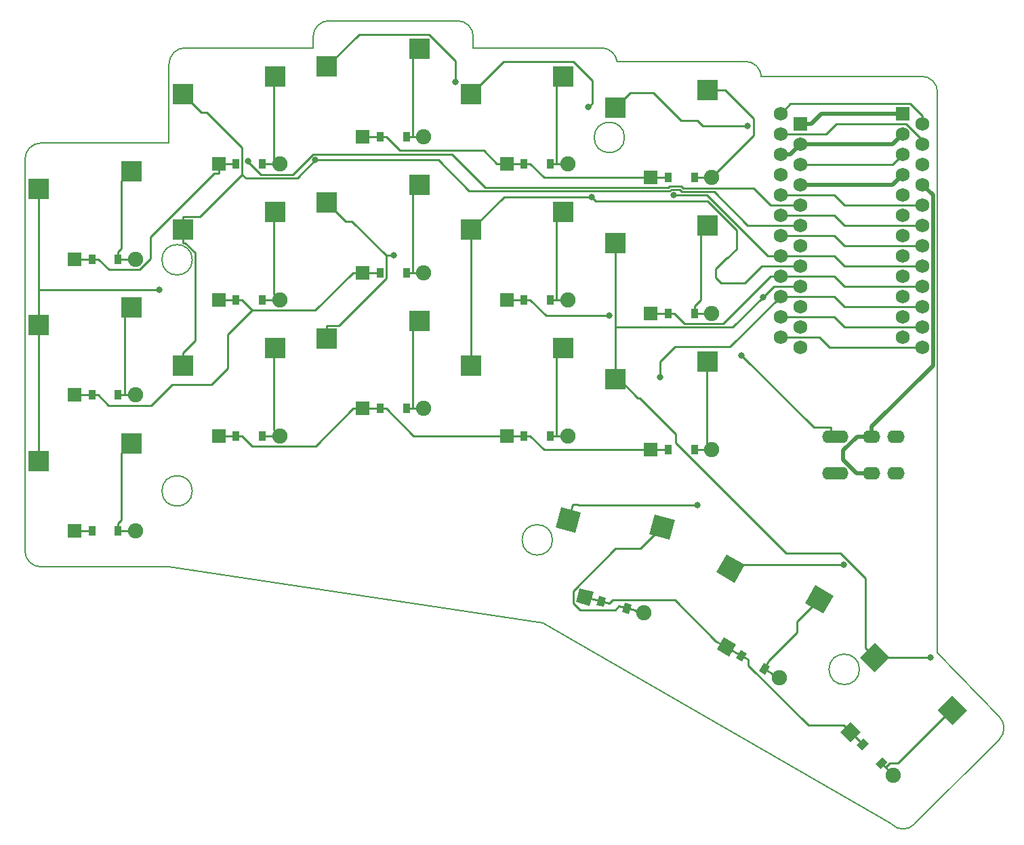
<source format=gbr>
G04 #@! TF.GenerationSoftware,KiCad,Pcbnew,5.1.5+dfsg1-2build2*
G04 #@! TF.CreationDate,2021-09-18T18:44:29+00:00*
G04 #@! TF.ProjectId,board,626f6172-642e-46b6-9963-61645f706362,VERSION_HERE*
G04 #@! TF.SameCoordinates,Original*
G04 #@! TF.FileFunction,Copper,L1,Top*
G04 #@! TF.FilePolarity,Positive*
%FSLAX46Y46*%
G04 Gerber Fmt 4.6, Leading zero omitted, Abs format (unit mm)*
G04 Created by KiCad (PCBNEW 5.1.5+dfsg1-2build2) date 2021-09-18 18:44:29*
%MOMM*%
%LPD*%
G04 APERTURE LIST*
G04 #@! TA.AperFunction,Profile*
%ADD10C,0.150000*%
G04 #@! TD*
G04 #@! TA.AperFunction,SMDPad,CuDef*
%ADD11R,2.600000X2.600000*%
G04 #@! TD*
G04 #@! TA.AperFunction,SMDPad,CuDef*
%ADD12R,0.900000X1.200000*%
G04 #@! TD*
G04 #@! TA.AperFunction,ComponentPad*
%ADD13C,1.905000*%
G04 #@! TD*
G04 #@! TA.AperFunction,ComponentPad*
%ADD14R,1.778000X1.778000*%
G04 #@! TD*
G04 #@! TA.AperFunction,SMDPad,CuDef*
%ADD15C,0.350000*%
G04 #@! TD*
G04 #@! TA.AperFunction,ComponentPad*
%ADD16C,0.350000*%
G04 #@! TD*
G04 #@! TA.AperFunction,ComponentPad*
%ADD17R,1.752600X1.752600*%
G04 #@! TD*
G04 #@! TA.AperFunction,ComponentPad*
%ADD18C,1.752600*%
G04 #@! TD*
G04 #@! TA.AperFunction,ComponentPad*
%ADD19O,2.200000X1.600000*%
G04 #@! TD*
G04 #@! TA.AperFunction,ViaPad*
%ADD20C,0.800000*%
G04 #@! TD*
G04 #@! TA.AperFunction,Conductor*
%ADD21C,0.250000*%
G04 #@! TD*
G04 #@! TA.AperFunction,Conductor*
%ADD22C,0.500000*%
G04 #@! TD*
G04 APERTURE END LIST*
D10*
X10000000Y-9500000D02*
X26000000Y-9500000D01*
X8000000Y-7500000D02*
X8000000Y41500000D01*
X10000000Y-9500000D02*
G75*
G02X8000000Y-7500000I0J2000000D01*
G01*
X26000000Y43500000D02*
X10000000Y43500000D01*
X8000000Y41500000D02*
G75*
G02X10000000Y43500000I2000000J0D01*
G01*
X44000000Y55400000D02*
X28000000Y55400000D01*
X26000000Y53400000D02*
G75*
G02X28000000Y55400000I2000000J0D01*
G01*
X26000000Y53400000D02*
X26000000Y43500000D01*
X64000000Y55400000D02*
X64000000Y56800000D01*
X62000000Y58800000D02*
G75*
G02X64000000Y56800000I0J-2000000D01*
G01*
X62000000Y58800000D02*
X46000000Y58800000D01*
X44000000Y56800000D02*
G75*
G02X46000000Y58800000I2000000J0D01*
G01*
X44000000Y56800000D02*
X44000000Y55400000D01*
X80000000Y55400000D02*
G75*
G02X81977391Y53699872I0J-2000000D01*
G01*
X80000000Y55400000D02*
X64000000Y55400000D01*
X98000000Y53700000D02*
G75*
G02X99994367Y51850000I0J-2000000D01*
G01*
X98000000Y53700000D02*
X82000000Y53700000D01*
X81977391Y53699872D02*
G75*
G02X82000000Y53700000I22609J-1999872D01*
G01*
X119117258Y-41686664D02*
G75*
G02X116288831Y-41686665I-1414214J1414213D01*
G01*
X119117258Y-41686665D02*
X129723860Y-31080063D01*
X129723859Y-28251636D02*
G75*
G02X129723860Y-31080063I-1414213J-1414214D01*
G01*
X122000000Y-20208734D02*
X129723860Y-28251636D01*
X116288831Y-41686665D02*
X72707107Y-16524745D01*
X72707107Y-16524745D02*
X26000000Y-9500000D01*
X122000000Y-20208734D02*
X122000000Y49850000D01*
X120000000Y51850000D02*
G75*
G02X122000000Y49850000I0J-2000000D01*
G01*
X120000000Y51850000D02*
X99994367Y51850000D01*
X28900000Y28900000D02*
G75*
G03X28900000Y28900000I-1900000J0D01*
G01*
X28900000Y0D02*
G75*
G03X28900000Y0I-1900000J0D01*
G01*
X82900000Y44200000D02*
G75*
G03X82900000Y44200000I-1900000J0D01*
G01*
X73900000Y-6120000D02*
G75*
G03X73900000Y-6120000I-1900000J0D01*
G01*
X112249134Y-22311939D02*
G75*
G03X112249134Y-22311939I-1900000J0D01*
G01*
D11*
G04 #@! TO.P,S1,1*
G04 #@! TO.N,pinky_bottom*
X21275000Y5950000D03*
G04 #@! TO.P,S1,2*
G04 #@! TO.N,P21*
X9725000Y3750000D03*
G04 #@! TD*
D12*
G04 #@! TO.P,D1,1*
G04 #@! TO.N,P7*
X16350000Y-5000000D03*
G04 #@! TO.P,D1,2*
G04 #@! TO.N,pinky_bottom*
X19650000Y-5000000D03*
D13*
G04 #@! TO.P,D1,1*
X21810000Y-5000000D03*
D14*
G04 #@! TO.P,D1,2*
G04 #@! TO.N,P7*
X14190000Y-5000000D03*
G04 #@! TD*
D11*
G04 #@! TO.P,S2,1*
G04 #@! TO.N,pinky_home*
X21275000Y22950000D03*
G04 #@! TO.P,S2,2*
G04 #@! TO.N,P21*
X9725000Y20750000D03*
G04 #@! TD*
D12*
G04 #@! TO.P,D2,1*
G04 #@! TO.N,P6*
X16350000Y12000000D03*
G04 #@! TO.P,D2,2*
G04 #@! TO.N,pinky_home*
X19650000Y12000000D03*
D13*
G04 #@! TO.P,D2,1*
X21810000Y12000000D03*
D14*
G04 #@! TO.P,D2,2*
G04 #@! TO.N,P6*
X14190000Y12000000D03*
G04 #@! TD*
D11*
G04 #@! TO.P,S3,1*
G04 #@! TO.N,pinky_top*
X21275000Y39950000D03*
G04 #@! TO.P,S3,2*
G04 #@! TO.N,P21*
X9725000Y37750000D03*
G04 #@! TD*
D12*
G04 #@! TO.P,D3,1*
G04 #@! TO.N,P5*
X16350000Y29000000D03*
G04 #@! TO.P,D3,2*
G04 #@! TO.N,pinky_top*
X19650000Y29000000D03*
D13*
G04 #@! TO.P,D3,1*
X21810000Y29000000D03*
D14*
G04 #@! TO.P,D3,2*
G04 #@! TO.N,P5*
X14190000Y29000000D03*
G04 #@! TD*
D11*
G04 #@! TO.P,S4,1*
G04 #@! TO.N,ring_bottom*
X39275000Y17850000D03*
G04 #@! TO.P,S4,2*
G04 #@! TO.N,P20*
X27725000Y15650000D03*
G04 #@! TD*
D12*
G04 #@! TO.P,D4,1*
G04 #@! TO.N,P7*
X34350000Y6900000D03*
G04 #@! TO.P,D4,2*
G04 #@! TO.N,ring_bottom*
X37650000Y6900000D03*
D13*
G04 #@! TO.P,D4,1*
X39810000Y6900000D03*
D14*
G04 #@! TO.P,D4,2*
G04 #@! TO.N,P7*
X32190000Y6900000D03*
G04 #@! TD*
D11*
G04 #@! TO.P,S5,1*
G04 #@! TO.N,ring_home*
X39275000Y34850000D03*
G04 #@! TO.P,S5,2*
G04 #@! TO.N,P20*
X27725000Y32650000D03*
G04 #@! TD*
D12*
G04 #@! TO.P,D5,1*
G04 #@! TO.N,P6*
X34350000Y23900000D03*
G04 #@! TO.P,D5,2*
G04 #@! TO.N,ring_home*
X37650000Y23900000D03*
D13*
G04 #@! TO.P,D5,1*
X39810000Y23900000D03*
D14*
G04 #@! TO.P,D5,2*
G04 #@! TO.N,P6*
X32190000Y23900000D03*
G04 #@! TD*
D11*
G04 #@! TO.P,S6,1*
G04 #@! TO.N,ring_top*
X39275000Y51850000D03*
G04 #@! TO.P,S6,2*
G04 #@! TO.N,P20*
X27725000Y49650000D03*
G04 #@! TD*
D12*
G04 #@! TO.P,D6,1*
G04 #@! TO.N,P5*
X34350000Y40900000D03*
G04 #@! TO.P,D6,2*
G04 #@! TO.N,ring_top*
X37650000Y40900000D03*
D13*
G04 #@! TO.P,D6,1*
X39810000Y40900000D03*
D14*
G04 #@! TO.P,D6,2*
G04 #@! TO.N,P5*
X32190000Y40900000D03*
G04 #@! TD*
D11*
G04 #@! TO.P,S7,1*
G04 #@! TO.N,middle_bottom*
X57275000Y21250000D03*
G04 #@! TO.P,S7,2*
G04 #@! TO.N,P19*
X45725000Y19050000D03*
G04 #@! TD*
D12*
G04 #@! TO.P,D7,1*
G04 #@! TO.N,P7*
X52350000Y10300000D03*
G04 #@! TO.P,D7,2*
G04 #@! TO.N,middle_bottom*
X55650000Y10300000D03*
D13*
G04 #@! TO.P,D7,1*
X57810000Y10300000D03*
D14*
G04 #@! TO.P,D7,2*
G04 #@! TO.N,P7*
X50190000Y10300000D03*
G04 #@! TD*
D11*
G04 #@! TO.P,S8,1*
G04 #@! TO.N,middle_home*
X57275000Y38250000D03*
G04 #@! TO.P,S8,2*
G04 #@! TO.N,P19*
X45725000Y36050000D03*
G04 #@! TD*
D12*
G04 #@! TO.P,D8,1*
G04 #@! TO.N,P6*
X52350000Y27300000D03*
G04 #@! TO.P,D8,2*
G04 #@! TO.N,middle_home*
X55650000Y27300000D03*
D13*
G04 #@! TO.P,D8,1*
X57810000Y27300000D03*
D14*
G04 #@! TO.P,D8,2*
G04 #@! TO.N,P6*
X50190000Y27300000D03*
G04 #@! TD*
D11*
G04 #@! TO.P,S9,1*
G04 #@! TO.N,middle_top*
X57275000Y55250000D03*
G04 #@! TO.P,S9,2*
G04 #@! TO.N,P19*
X45725000Y53050000D03*
G04 #@! TD*
D12*
G04 #@! TO.P,D9,1*
G04 #@! TO.N,P5*
X52350000Y44300000D03*
G04 #@! TO.P,D9,2*
G04 #@! TO.N,middle_top*
X55650000Y44300000D03*
D13*
G04 #@! TO.P,D9,1*
X57810000Y44300000D03*
D14*
G04 #@! TO.P,D9,2*
G04 #@! TO.N,P5*
X50190000Y44300000D03*
G04 #@! TD*
D11*
G04 #@! TO.P,S10,1*
G04 #@! TO.N,index_bottom*
X75275000Y17850000D03*
G04 #@! TO.P,S10,2*
G04 #@! TO.N,P18*
X63725000Y15650000D03*
G04 #@! TD*
D12*
G04 #@! TO.P,D10,1*
G04 #@! TO.N,P7*
X70350000Y6900000D03*
G04 #@! TO.P,D10,2*
G04 #@! TO.N,index_bottom*
X73650000Y6900000D03*
D13*
G04 #@! TO.P,D10,1*
X75810000Y6900000D03*
D14*
G04 #@! TO.P,D10,2*
G04 #@! TO.N,P7*
X68190000Y6900000D03*
G04 #@! TD*
D11*
G04 #@! TO.P,S11,1*
G04 #@! TO.N,index_home*
X75275000Y34850000D03*
G04 #@! TO.P,S11,2*
G04 #@! TO.N,P18*
X63725000Y32650000D03*
G04 #@! TD*
D12*
G04 #@! TO.P,D11,1*
G04 #@! TO.N,P6*
X70350000Y23900000D03*
G04 #@! TO.P,D11,2*
G04 #@! TO.N,index_home*
X73650000Y23900000D03*
D13*
G04 #@! TO.P,D11,1*
X75810000Y23900000D03*
D14*
G04 #@! TO.P,D11,2*
G04 #@! TO.N,P6*
X68190000Y23900000D03*
G04 #@! TD*
D11*
G04 #@! TO.P,S12,1*
G04 #@! TO.N,index_top*
X75275000Y51850000D03*
G04 #@! TO.P,S12,2*
G04 #@! TO.N,P18*
X63725000Y49650000D03*
G04 #@! TD*
D12*
G04 #@! TO.P,D12,1*
G04 #@! TO.N,P5*
X70350000Y40900000D03*
G04 #@! TO.P,D12,2*
G04 #@! TO.N,index_top*
X73650000Y40900000D03*
D13*
G04 #@! TO.P,D12,1*
X75810000Y40900000D03*
D14*
G04 #@! TO.P,D12,2*
G04 #@! TO.N,P5*
X68190000Y40900000D03*
G04 #@! TD*
D11*
G04 #@! TO.P,S13,1*
G04 #@! TO.N,inner_bottom*
X93275000Y16150000D03*
G04 #@! TO.P,S13,2*
G04 #@! TO.N,P15*
X81725000Y13950000D03*
G04 #@! TD*
D12*
G04 #@! TO.P,D13,1*
G04 #@! TO.N,P7*
X88350000Y5200000D03*
G04 #@! TO.P,D13,2*
G04 #@! TO.N,inner_bottom*
X91650000Y5200000D03*
D13*
G04 #@! TO.P,D13,1*
X93810000Y5200000D03*
D14*
G04 #@! TO.P,D13,2*
G04 #@! TO.N,P7*
X86190000Y5200000D03*
G04 #@! TD*
D11*
G04 #@! TO.P,S14,1*
G04 #@! TO.N,inner_home*
X93275000Y33150000D03*
G04 #@! TO.P,S14,2*
G04 #@! TO.N,P15*
X81725000Y30950000D03*
G04 #@! TD*
D12*
G04 #@! TO.P,D14,1*
G04 #@! TO.N,P6*
X88350000Y22200000D03*
G04 #@! TO.P,D14,2*
G04 #@! TO.N,inner_home*
X91650000Y22200000D03*
D13*
G04 #@! TO.P,D14,1*
X93810000Y22200000D03*
D14*
G04 #@! TO.P,D14,2*
G04 #@! TO.N,P6*
X86190000Y22200000D03*
G04 #@! TD*
D11*
G04 #@! TO.P,S15,1*
G04 #@! TO.N,inner_top*
X93275000Y50150000D03*
G04 #@! TO.P,S15,2*
G04 #@! TO.N,P15*
X81725000Y47950000D03*
G04 #@! TD*
D12*
G04 #@! TO.P,D15,1*
G04 #@! TO.N,P5*
X88350000Y39200000D03*
G04 #@! TO.P,D15,2*
G04 #@! TO.N,inner_top*
X91650000Y39200000D03*
D13*
G04 #@! TO.P,D15,1*
X93810000Y39200000D03*
D14*
G04 #@! TO.P,D15,2*
G04 #@! TO.N,P5*
X86190000Y39200000D03*
G04 #@! TD*
G04 #@! TA.AperFunction,SMDPad,CuDef*
D15*
G04 #@! TO.P,S16,1*
G04 #@! TO.N,near_thumb*
G36*
X86004512Y-5438613D02*
G01*
X86677441Y-2927206D01*
X89188848Y-3600135D01*
X88515919Y-6111542D01*
X86004512Y-5438613D01*
G37*
G04 #@! TD.AperFunction*
G04 #@! TA.AperFunction,SMDPad,CuDef*
G04 #@! TO.P,S16,2*
G04 #@! TO.N,P19*
G36*
X74278667Y-4574290D02*
G01*
X74951596Y-2062883D01*
X77463003Y-2735812D01*
X76790074Y-5247219D01*
X74278667Y-4574290D01*
G37*
G04 #@! TD.AperFunction*
G04 #@! TD*
G04 #@! TA.AperFunction,SMDPad,CuDef*
G04 #@! TO.P,D16,1*
G04 #@! TO.N,P4*
G36*
X79415464Y-14284637D02*
G01*
X79726047Y-13125526D01*
X80595380Y-13358463D01*
X80284797Y-14517574D01*
X79415464Y-14284637D01*
G37*
G04 #@! TD.AperFunction*
G04 #@! TA.AperFunction,SMDPad,CuDef*
G04 #@! TO.P,D16,2*
G04 #@! TO.N,near_thumb*
G36*
X82603020Y-15138737D02*
G01*
X82913603Y-13979626D01*
X83782936Y-14212563D01*
X83472353Y-15371674D01*
X82603020Y-15138737D01*
G37*
G04 #@! TD.AperFunction*
D13*
G04 #@! TO.P,D16,1*
X85279377Y-15234702D03*
G04 #@! TA.AperFunction,ComponentPad*
D16*
G04 #@! TO.P,D16,2*
G04 #@! TO.N,P4*
G36*
X76830225Y-13891116D02*
G01*
X77290405Y-12173700D01*
X79007821Y-12633880D01*
X78547641Y-14351296D01*
X76830225Y-13891116D01*
G37*
G04 #@! TD.AperFunction*
G04 #@! TD*
G04 #@! TA.AperFunction,SMDPad,CuDef*
D15*
G04 #@! TO.P,S17,1*
G04 #@! TO.N,home_thumb*
G36*
X105466400Y-14057982D02*
G01*
X106766400Y-11806316D01*
X109018066Y-13106316D01*
X107718066Y-15357982D01*
X105466400Y-14057982D01*
G37*
G04 #@! TD.AperFunction*
G04 #@! TA.AperFunction,SMDPad,CuDef*
G04 #@! TO.P,S17,2*
G04 #@! TO.N,P18*
G36*
X94363807Y-10188238D02*
G01*
X95663807Y-7936572D01*
X97915473Y-9236572D01*
X96615473Y-11488238D01*
X94363807Y-10188238D01*
G37*
G04 #@! TD.AperFunction*
G04 #@! TD*
G04 #@! TA.AperFunction,SMDPad,CuDef*
G04 #@! TO.P,D17,1*
G04 #@! TO.N,P4*
G36*
X96812247Y-20897315D02*
G01*
X97412247Y-19858085D01*
X98191669Y-20308085D01*
X97591669Y-21347315D01*
X96812247Y-20897315D01*
G37*
G04 #@! TD.AperFunction*
G04 #@! TA.AperFunction,SMDPad,CuDef*
G04 #@! TO.P,D17,2*
G04 #@! TO.N,home_thumb*
G36*
X99670131Y-22547315D02*
G01*
X100270131Y-21508085D01*
X101049553Y-21958085D01*
X100449553Y-22997315D01*
X99670131Y-22547315D01*
G37*
G04 #@! TD.AperFunction*
D13*
G04 #@! TO.P,D17,1*
X102230457Y-23332700D03*
G04 #@! TA.AperFunction,ComponentPad*
D16*
G04 #@! TO.P,D17,2*
G04 #@! TO.N,P4*
G36*
X94416946Y-19848097D02*
G01*
X95305946Y-18308303D01*
X96845740Y-19197303D01*
X95956740Y-20737097D01*
X94416946Y-19848097D01*
G37*
G04 #@! TD.AperFunction*
G04 #@! TD*
G04 #@! TA.AperFunction,SMDPad,CuDef*
D15*
G04 #@! TO.P,S18,1*
G04 #@! TO.N,far_thumb*
G36*
X122033582Y-27420789D02*
G01*
X123872060Y-25582311D01*
X125710538Y-27420789D01*
X123872060Y-29259267D01*
X122033582Y-27420789D01*
G37*
G04 #@! TD.AperFunction*
G04 #@! TA.AperFunction,SMDPad,CuDef*
G04 #@! TO.P,S18,2*
G04 #@! TO.N,P15*
G36*
X112310864Y-20809341D02*
G01*
X114149342Y-18970863D01*
X115987820Y-20809341D01*
X114149342Y-22647819D01*
X112310864Y-20809341D01*
G37*
G04 #@! TD.AperFunction*
G04 #@! TD*
G04 #@! TA.AperFunction,SMDPad,CuDef*
G04 #@! TO.P,D18,1*
G04 #@! TO.N,P4*
G36*
X111904812Y-31787140D02*
G01*
X112753340Y-30938612D01*
X113389736Y-31575008D01*
X112541208Y-32423536D01*
X111904812Y-31787140D01*
G37*
G04 #@! TD.AperFunction*
G04 #@! TA.AperFunction,SMDPad,CuDef*
G04 #@! TO.P,D18,2*
G04 #@! TO.N,far_thumb*
G36*
X114238264Y-34120592D02*
G01*
X115086792Y-33272064D01*
X115723188Y-33908460D01*
X114874660Y-34756988D01*
X114238264Y-34120592D01*
G37*
G04 #@! TD.AperFunction*
D13*
G04 #@! TO.P,D18,1*
X116508077Y-35541877D03*
G04 #@! TA.AperFunction,ComponentPad*
D16*
G04 #@! TO.P,D18,2*
G04 #@! TO.N,P4*
G36*
X109862687Y-30153723D02*
G01*
X111119923Y-28896487D01*
X112377159Y-30153723D01*
X111119923Y-31410959D01*
X109862687Y-30153723D01*
G37*
G04 #@! TD.AperFunction*
G04 #@! TD*
D17*
G04 #@! TO.P,MCU1,1*
G04 #@! TO.N,RAW*
X117620000Y47170000D03*
D18*
G04 #@! TO.P,MCU1,2*
G04 #@! TO.N,GND*
X117620000Y44630000D03*
G04 #@! TO.P,MCU1,3*
G04 #@! TO.N,RST*
X117620000Y42090000D03*
G04 #@! TO.P,MCU1,4*
G04 #@! TO.N,VCC*
X117620000Y39550000D03*
G04 #@! TO.P,MCU1,5*
G04 #@! TO.N,P21*
X117620000Y37010000D03*
G04 #@! TO.P,MCU1,6*
G04 #@! TO.N,P20*
X117620000Y34470000D03*
G04 #@! TO.P,MCU1,7*
G04 #@! TO.N,P19*
X117620000Y31930000D03*
G04 #@! TO.P,MCU1,8*
G04 #@! TO.N,P18*
X117620000Y29390000D03*
G04 #@! TO.P,MCU1,9*
G04 #@! TO.N,P15*
X117620000Y26850000D03*
G04 #@! TO.P,MCU1,10*
G04 #@! TO.N,P14*
X117620000Y24310000D03*
G04 #@! TO.P,MCU1,11*
G04 #@! TO.N,P16*
X117620000Y21770000D03*
G04 #@! TO.P,MCU1,12*
G04 #@! TO.N,P10*
X117620000Y19230000D03*
G04 #@! TO.P,MCU1,13*
G04 #@! TO.N,P1*
X102380000Y47170000D03*
G04 #@! TO.P,MCU1,14*
G04 #@! TO.N,P0*
X102380000Y44630000D03*
G04 #@! TO.P,MCU1,15*
G04 #@! TO.N,GND*
X102380000Y42090000D03*
G04 #@! TO.P,MCU1,16*
X102380000Y39550000D03*
G04 #@! TO.P,MCU1,17*
G04 #@! TO.N,P2*
X102380000Y37010000D03*
G04 #@! TO.P,MCU1,18*
G04 #@! TO.N,P3*
X102380000Y34470000D03*
G04 #@! TO.P,MCU1,19*
G04 #@! TO.N,P4*
X102380000Y31930000D03*
G04 #@! TO.P,MCU1,20*
G04 #@! TO.N,P5*
X102380000Y29390000D03*
G04 #@! TO.P,MCU1,21*
G04 #@! TO.N,P6*
X102380000Y26850000D03*
G04 #@! TO.P,MCU1,22*
G04 #@! TO.N,P7*
X102380000Y24310000D03*
G04 #@! TO.P,MCU1,23*
G04 #@! TO.N,P8*
X102380000Y21770000D03*
G04 #@! TO.P,MCU1,24*
G04 #@! TO.N,P9*
X102380000Y19230000D03*
G04 #@! TD*
D17*
G04 #@! TO.P,MCU2,1*
G04 #@! TO.N,RAW*
X104880000Y45920000D03*
D18*
G04 #@! TO.P,MCU2,2*
G04 #@! TO.N,GND*
X104880000Y43380000D03*
G04 #@! TO.P,MCU2,3*
G04 #@! TO.N,RST*
X104880000Y40840000D03*
G04 #@! TO.P,MCU2,4*
G04 #@! TO.N,VCC*
X104880000Y38300000D03*
G04 #@! TO.P,MCU2,5*
G04 #@! TO.N,P21*
X104880000Y35760000D03*
G04 #@! TO.P,MCU2,6*
G04 #@! TO.N,P20*
X104880000Y33220000D03*
G04 #@! TO.P,MCU2,7*
G04 #@! TO.N,P19*
X104880000Y30680000D03*
G04 #@! TO.P,MCU2,8*
G04 #@! TO.N,P18*
X104880000Y28140000D03*
G04 #@! TO.P,MCU2,9*
G04 #@! TO.N,P15*
X104880000Y25600000D03*
G04 #@! TO.P,MCU2,10*
G04 #@! TO.N,P14*
X104880000Y23060000D03*
G04 #@! TO.P,MCU2,11*
G04 #@! TO.N,P16*
X104880000Y20520000D03*
G04 #@! TO.P,MCU2,12*
G04 #@! TO.N,P10*
X104880000Y17980000D03*
G04 #@! TO.P,MCU2,13*
G04 #@! TO.N,P1*
X120120000Y45920000D03*
G04 #@! TO.P,MCU2,14*
G04 #@! TO.N,P0*
X120120000Y43380000D03*
G04 #@! TO.P,MCU2,15*
G04 #@! TO.N,GND*
X120120000Y40840000D03*
G04 #@! TO.P,MCU2,16*
X120120000Y38300000D03*
G04 #@! TO.P,MCU2,17*
G04 #@! TO.N,P2*
X120120000Y35760000D03*
G04 #@! TO.P,MCU2,18*
G04 #@! TO.N,P3*
X120120000Y33220000D03*
G04 #@! TO.P,MCU2,19*
G04 #@! TO.N,P4*
X120120000Y30680000D03*
G04 #@! TO.P,MCU2,20*
G04 #@! TO.N,P5*
X120120000Y28140000D03*
G04 #@! TO.P,MCU2,21*
G04 #@! TO.N,P6*
X120120000Y25600000D03*
G04 #@! TO.P,MCU2,22*
G04 #@! TO.N,P7*
X120120000Y23060000D03*
G04 #@! TO.P,MCU2,23*
G04 #@! TO.N,P8*
X120120000Y20520000D03*
G04 #@! TO.P,MCU2,24*
G04 #@! TO.N,P9*
X120120000Y17980000D03*
G04 #@! TD*
D19*
G04 #@! TO.P,REF\002A\002A,1*
G04 #@! TO.N,P0*
X108700000Y2200000D03*
G04 #@! TO.P,REF\002A\002A,2*
X109800000Y6800000D03*
G04 #@! TO.P,REF\002A\002A,3*
G04 #@! TO.N,GND*
X113800000Y6800000D03*
G04 #@! TO.P,REF\002A\002A,4*
G04 #@! TO.N,VCC*
X116800000Y6800000D03*
G04 #@! TO.P,REF\002A\002A,1*
G04 #@! TO.N,P0*
X108700000Y6800000D03*
G04 #@! TO.P,REF\002A\002A,2*
X109800000Y2200000D03*
G04 #@! TO.P,REF\002A\002A,3*
G04 #@! TO.N,GND*
X113800000Y2200000D03*
G04 #@! TO.P,REF\002A\002A,4*
G04 #@! TO.N,VCC*
X116800000Y2200000D03*
G04 #@! TD*
D20*
G04 #@! TO.N,P21*
X35851200Y41224700D03*
X24771000Y25180500D03*
G04 #@! TO.N,P7*
X87368400Y14245800D03*
G04 #@! TO.N,P6*
X81000000Y21896700D03*
G04 #@! TO.N,P5*
X89048000Y36966100D03*
G04 #@! TO.N,P20*
X44275000Y41372200D03*
G04 #@! TO.N,P19*
X61788300Y51133300D03*
X54046300Y29431800D03*
X92019800Y-1797300D03*
G04 #@! TO.N,P18*
X78408000Y48011900D03*
X78774600Y36781700D03*
X110303400Y-9264100D03*
G04 #@! TO.N,P15*
X100174400Y24218300D03*
X98275000Y45663600D03*
X121164200Y-20809300D03*
G04 #@! TO.N,P0*
X97540900Y16957700D03*
G04 #@! TD*
D21*
G04 #@! TO.N,pinky_bottom*
X19650000Y-5000000D02*
X19650000Y-4074700D01*
X21275000Y5950000D02*
X20074900Y4749900D01*
X20074900Y4749900D02*
X20074900Y-3649800D01*
X20074900Y-3649800D02*
X19650000Y-4074700D01*
X21810000Y-5000000D02*
X19650000Y-5000000D01*
G04 #@! TO.N,P21*
X104880000Y35760000D02*
X101158300Y35760000D01*
X101158300Y35760000D02*
X99042900Y37875400D01*
X99042900Y37875400D02*
X90222400Y37875400D01*
X90222400Y37875400D02*
X89956000Y38141800D01*
X89956000Y38141800D02*
X88554100Y38141800D01*
X88554100Y38141800D02*
X88369700Y37957400D01*
X88369700Y37957400D02*
X65525700Y37957400D01*
X65525700Y37957400D02*
X61368800Y42114300D01*
X61368800Y42114300D02*
X43955000Y42114300D01*
X43955000Y42114300D02*
X41422300Y39581600D01*
X41422300Y39581600D02*
X37434700Y39581600D01*
X37434700Y39581600D02*
X35851200Y41165100D01*
X35851200Y41165100D02*
X35851200Y41224700D01*
X9725000Y25180500D02*
X24771000Y25180500D01*
X9725000Y25180500D02*
X9725000Y20750000D01*
X9725000Y37750000D02*
X9725000Y25180500D01*
X9725000Y20750000D02*
X9725000Y3750000D01*
G04 #@! TO.N,P7*
X102380000Y24310000D02*
X96068300Y17998300D01*
X96068300Y17998300D02*
X89229900Y17998300D01*
X89229900Y17998300D02*
X87368400Y16136800D01*
X87368400Y16136800D02*
X87368400Y14245800D01*
X120120000Y23060000D02*
X110347700Y23060000D01*
X110347700Y23060000D02*
X109097700Y24310000D01*
X109097700Y24310000D02*
X102380000Y24310000D01*
X50190000Y10300000D02*
X48975700Y10300000D01*
X48975700Y10300000D02*
X44290500Y5614800D01*
X44290500Y5614800D02*
X36410500Y5614800D01*
X36410500Y5614800D02*
X35125300Y6900000D01*
X52350000Y10300000D02*
X50190000Y10300000D01*
X34350000Y6900000D02*
X35125300Y6900000D01*
X14190000Y-5000000D02*
X16350000Y-5000000D01*
X34350000Y6900000D02*
X32190000Y6900000D01*
X52350000Y10300000D02*
X53125300Y10300000D01*
X68190000Y6900000D02*
X56525300Y6900000D01*
X56525300Y6900000D02*
X53125300Y10300000D01*
X70350000Y6900000D02*
X68190000Y6900000D01*
X70350000Y6900000D02*
X71125300Y6900000D01*
X86190000Y5200000D02*
X72825300Y5200000D01*
X72825300Y5200000D02*
X71125300Y6900000D01*
X88350000Y5200000D02*
X86190000Y5200000D01*
G04 #@! TO.N,pinky_home*
X21810000Y12000000D02*
X20425300Y12000000D01*
X19650000Y12000000D02*
X20425300Y12000000D01*
X21275000Y22950000D02*
X20425300Y22100300D01*
X20425300Y22100300D02*
X20425300Y12000000D01*
G04 #@! TO.N,P6*
X102380000Y26850000D02*
X101143600Y26850000D01*
X101143600Y26850000D02*
X95214400Y20920800D01*
X95214400Y20920800D02*
X90404500Y20920800D01*
X90404500Y20920800D02*
X89125300Y22200000D01*
X70350000Y23900000D02*
X71125300Y23900000D01*
X81000000Y21896700D02*
X73128600Y21896700D01*
X73128600Y21896700D02*
X71125300Y23900000D01*
X16350000Y12000000D02*
X17125300Y12000000D01*
X36413800Y22611500D02*
X33364700Y19562400D01*
X33364700Y19562400D02*
X33364700Y15354800D01*
X33364700Y15354800D02*
X31334800Y13324900D01*
X31334800Y13324900D02*
X26413500Y13324900D01*
X26413500Y13324900D02*
X23800200Y10711600D01*
X23800200Y10711600D02*
X18413700Y10711600D01*
X18413700Y10711600D02*
X17125300Y12000000D01*
X48975700Y27300000D02*
X44287200Y22611500D01*
X44287200Y22611500D02*
X36413800Y22611500D01*
X36413800Y22611500D02*
X35125300Y23900000D01*
X34350000Y23900000D02*
X35125300Y23900000D01*
X50190000Y27300000D02*
X48975700Y27300000D01*
X52350000Y27300000D02*
X50190000Y27300000D01*
X120120000Y25600000D02*
X110347700Y25600000D01*
X110347700Y25600000D02*
X109097700Y26850000D01*
X109097700Y26850000D02*
X102380000Y26850000D01*
X88350000Y22200000D02*
X89125300Y22200000D01*
X14190000Y12000000D02*
X16350000Y12000000D01*
X34350000Y23900000D02*
X32190000Y23900000D01*
X70350000Y23900000D02*
X68190000Y23900000D01*
X88350000Y22200000D02*
X86190000Y22200000D01*
G04 #@! TO.N,pinky_top*
X19650000Y29000000D02*
X19650000Y29925300D01*
X21275000Y39950000D02*
X20074400Y38749400D01*
X20074400Y38749400D02*
X20074400Y30349700D01*
X20074400Y30349700D02*
X19650000Y29925300D01*
X21810000Y29000000D02*
X19650000Y29000000D01*
G04 #@! TO.N,P5*
X66975700Y40900000D02*
X65311100Y42564600D01*
X65311100Y42564600D02*
X54860700Y42564600D01*
X54860700Y42564600D02*
X53125300Y44300000D01*
X89048000Y36966100D02*
X93194500Y36966100D01*
X93194500Y36966100D02*
X100770600Y29390000D01*
X100770600Y29390000D02*
X102380000Y29390000D01*
X16350000Y29000000D02*
X17125300Y29000000D01*
X32190000Y40900000D02*
X32190000Y39685700D01*
X32190000Y39685700D02*
X31658700Y39685700D01*
X31658700Y39685700D02*
X23688500Y31715500D01*
X23688500Y31715500D02*
X23688500Y29058500D01*
X23688500Y29058500D02*
X22288000Y27658000D01*
X22288000Y27658000D02*
X18467300Y27658000D01*
X18467300Y27658000D02*
X17125300Y29000000D01*
X34350000Y40900000D02*
X32190000Y40900000D01*
X52350000Y44300000D02*
X53125300Y44300000D01*
X68190000Y40900000D02*
X66975700Y40900000D01*
X70350000Y40900000D02*
X68190000Y40900000D01*
X120120000Y28140000D02*
X110347700Y28140000D01*
X110347700Y28140000D02*
X109097700Y29390000D01*
X109097700Y29390000D02*
X102380000Y29390000D01*
X14190000Y29000000D02*
X16350000Y29000000D01*
X50190000Y44300000D02*
X52350000Y44300000D01*
X70350000Y40900000D02*
X71125300Y40900000D01*
X86190000Y39200000D02*
X72825300Y39200000D01*
X72825300Y39200000D02*
X71125300Y40900000D01*
X88350000Y39200000D02*
X86190000Y39200000D01*
G04 #@! TO.N,ring_bottom*
X39275000Y17850000D02*
X39121100Y17696100D01*
X39121100Y17696100D02*
X39121100Y7588900D01*
X39121100Y7588900D02*
X39810000Y6900000D01*
X39810000Y6900000D02*
X37650000Y6900000D01*
G04 #@! TO.N,P20*
X35125400Y39581600D02*
X35575700Y39131300D01*
X35575700Y39131300D02*
X42034100Y39131300D01*
X42034100Y39131300D02*
X44275000Y41372200D01*
X44275000Y41372200D02*
X59642700Y41372200D01*
X59642700Y41372200D02*
X63507800Y37507100D01*
X63507800Y37507100D02*
X88556300Y37507100D01*
X88556300Y37507100D02*
X88740700Y37691500D01*
X88740700Y37691500D02*
X89769400Y37691500D01*
X89769400Y37691500D02*
X90035800Y37425100D01*
X90035800Y37425100D02*
X94081300Y37425100D01*
X94081300Y37425100D02*
X98286400Y33220000D01*
X98286400Y33220000D02*
X104880000Y33220000D01*
X35125400Y39581600D02*
X29819100Y34275300D01*
X29819100Y34275300D02*
X27725000Y34275300D01*
X27725000Y49650000D02*
X30036100Y47338900D01*
X30036100Y47338900D02*
X30740700Y47338900D01*
X30740700Y47338900D02*
X35125400Y42954200D01*
X35125400Y42954200D02*
X35125400Y39581600D01*
X27725000Y15650000D02*
X27725000Y17275300D01*
X27725000Y32650000D02*
X27725000Y31024700D01*
X27725000Y31024700D02*
X28015600Y31024700D01*
X28015600Y31024700D02*
X29274400Y29765900D01*
X29274400Y29765900D02*
X29274400Y18824700D01*
X29274400Y18824700D02*
X27725000Y17275300D01*
X27725000Y33462700D02*
X27725000Y32650000D01*
X27725000Y33462700D02*
X27725000Y34275300D01*
G04 #@! TO.N,ring_home*
X39275000Y34850000D02*
X39121100Y34696100D01*
X39121100Y34696100D02*
X39121100Y24588900D01*
X39121100Y24588900D02*
X39810000Y23900000D01*
X39810000Y23900000D02*
X37650000Y23900000D01*
G04 #@! TO.N,ring_top*
X39121100Y40900000D02*
X37650000Y40900000D01*
X39810000Y40900000D02*
X39121100Y40900000D01*
X39275000Y51850000D02*
X39121100Y51696100D01*
X39121100Y51696100D02*
X39121100Y40900000D01*
G04 #@! TO.N,middle_bottom*
X57810000Y10300000D02*
X56425300Y10300000D01*
X55650000Y10300000D02*
X56425300Y10300000D01*
X57275000Y21250000D02*
X56425300Y20400300D01*
X56425300Y20400300D02*
X56425300Y10300000D01*
G04 #@! TO.N,P19*
X45725000Y53050000D02*
X49757900Y57082900D01*
X49757900Y57082900D02*
X58513100Y57082900D01*
X58513100Y57082900D02*
X61788300Y53807700D01*
X61788300Y53807700D02*
X61788300Y51133300D01*
X53125400Y29431800D02*
X54046300Y29431800D01*
X53125400Y29431800D02*
X53125400Y26552000D01*
X53125400Y26552000D02*
X47248700Y20675300D01*
X47248700Y20675300D02*
X45725000Y20675300D01*
X45725000Y36050000D02*
X48036100Y33738900D01*
X48036100Y33738900D02*
X48818300Y33738900D01*
X48818300Y33738900D02*
X53125400Y29431800D01*
X45725000Y19050000D02*
X45725000Y20675300D01*
X76404200Y-1664400D02*
X77020100Y-1664400D01*
X77020100Y-1664400D02*
X77153000Y-1797300D01*
X77153000Y-1797300D02*
X92019800Y-1797300D01*
X75870800Y-3655100D02*
X76404200Y-1664400D01*
G04 #@! TO.N,middle_home*
X57810000Y27300000D02*
X56425300Y27300000D01*
X55650000Y27300000D02*
X56425300Y27300000D01*
X57275000Y38250000D02*
X56425300Y37400300D01*
X56425300Y37400300D02*
X56425300Y27300000D01*
G04 #@! TO.N,middle_top*
X57810000Y44300000D02*
X56425300Y44300000D01*
X55650000Y44300000D02*
X56425300Y44300000D01*
X57275000Y55250000D02*
X56425300Y54400300D01*
X56425300Y54400300D02*
X56425300Y44300000D01*
G04 #@! TO.N,index_bottom*
X75810000Y6900000D02*
X74425300Y6900000D01*
X73650000Y6900000D02*
X74425300Y6900000D01*
X75275000Y17850000D02*
X74425300Y17000300D01*
X74425300Y17000300D02*
X74425300Y6900000D01*
G04 #@! TO.N,P18*
X96139600Y-9712400D02*
X96587900Y-9264100D01*
X96587900Y-9264100D02*
X110303400Y-9264100D01*
X63725000Y32650000D02*
X67856700Y36781700D01*
X67856700Y36781700D02*
X78774600Y36781700D01*
X78774600Y36781700D02*
X79315500Y36240800D01*
X79315500Y36240800D02*
X93261700Y36240800D01*
X93261700Y36240800D02*
X96886900Y32615600D01*
X96886900Y32615600D02*
X96886900Y30244800D01*
X96886900Y30244800D02*
X95766700Y29124600D01*
X95766700Y29124600D02*
X95644700Y29124600D01*
X95644700Y29124600D02*
X94320300Y27800200D01*
X94320300Y27800200D02*
X94320300Y26658600D01*
X94320300Y26658600D02*
X94973600Y26005300D01*
X94973600Y26005300D02*
X97935100Y26005300D01*
X97935100Y26005300D02*
X100069800Y28140000D01*
X100069800Y28140000D02*
X104880000Y28140000D01*
X63725000Y49650000D02*
X67795000Y53720000D01*
X67795000Y53720000D02*
X76473200Y53720000D01*
X76473200Y53720000D02*
X78863200Y51330000D01*
X78863200Y51330000D02*
X78863200Y48467100D01*
X78863200Y48467100D02*
X78408000Y48011900D01*
X63725000Y32650000D02*
X63725000Y15650000D01*
G04 #@! TO.N,index_home*
X75810000Y23900000D02*
X74425300Y23900000D01*
X73650000Y23900000D02*
X74425300Y23900000D01*
X75275000Y34850000D02*
X74425300Y34000300D01*
X74425300Y34000300D02*
X74425300Y23900000D01*
G04 #@! TO.N,index_top*
X75810000Y40900000D02*
X74425300Y40900000D01*
X73650000Y40900000D02*
X74425300Y40900000D01*
X75275000Y51850000D02*
X74425300Y51000300D01*
X74425300Y51000300D02*
X74425300Y40900000D01*
G04 #@! TO.N,inner_bottom*
X93159300Y5200000D02*
X91650000Y5200000D01*
X93810000Y5200000D02*
X93159300Y5200000D01*
X93159300Y5200000D02*
X93159300Y16034300D01*
X93159300Y16034300D02*
X93275000Y16150000D01*
G04 #@! TO.N,P15*
X100174400Y24218300D02*
X96410900Y20454800D01*
X96410900Y20454800D02*
X81725300Y20454800D01*
X114149300Y-20809300D02*
X113000100Y-19660100D01*
X81725000Y14456100D02*
X84542200Y11638900D01*
X84542200Y11638900D02*
X84762600Y11638900D01*
X84762600Y11638900D02*
X89298000Y7103500D01*
X89298000Y7103500D02*
X89298000Y6024200D01*
X89298000Y6024200D02*
X103113200Y-7791000D01*
X103113200Y-7791000D02*
X109863400Y-7791000D01*
X109863400Y-7791000D02*
X113000100Y-10927700D01*
X113000100Y-10927700D02*
X113000100Y-19660100D01*
X81725000Y14456100D02*
X81725000Y15575300D01*
X81725000Y13950000D02*
X81725000Y14456100D01*
X81725300Y20454800D02*
X81725300Y29324400D01*
X81725300Y29324400D02*
X81725000Y29324700D01*
X81725000Y15575300D02*
X81725300Y15575600D01*
X81725300Y15575600D02*
X81725300Y20454800D01*
X104880000Y25600000D02*
X101556100Y25600000D01*
X101556100Y25600000D02*
X100174400Y24218300D01*
X81725000Y30950000D02*
X81725000Y29324700D01*
X81725000Y47950000D02*
X83589200Y49814200D01*
X83589200Y49814200D02*
X86479100Y49814200D01*
X86479100Y49814200D02*
X89943400Y46349900D01*
X89943400Y46349900D02*
X92018200Y46349900D01*
X92018200Y46349900D02*
X92704500Y45663600D01*
X92704500Y45663600D02*
X98275000Y45663600D01*
X114149300Y-20809300D02*
X121164200Y-20809300D01*
G04 #@! TO.N,inner_home*
X91650000Y22200000D02*
X91650000Y23125300D01*
X93275000Y33150000D02*
X92419900Y32294900D01*
X92419900Y32294900D02*
X92419900Y23895200D01*
X92419900Y23895200D02*
X91650000Y23125300D01*
X93810000Y22200000D02*
X91650000Y22200000D01*
G04 #@! TO.N,inner_top*
X93275000Y50150000D02*
X95455200Y50150000D01*
X95455200Y50150000D02*
X99044200Y46561000D01*
X99044200Y46561000D02*
X99044200Y44434200D01*
X99044200Y44434200D02*
X93810000Y39200000D01*
X93810000Y39200000D02*
X91650000Y39200000D01*
G04 #@! TO.N,near_thumb*
X83193000Y-14675700D02*
X82204500Y-14410800D01*
X87596700Y-4519400D02*
X84913300Y-7202800D01*
X84913300Y-7202800D02*
X81785800Y-7202800D01*
X81785800Y-7202800D02*
X76480600Y-12508000D01*
X76480600Y-12508000D02*
X76480600Y-14011500D01*
X76480600Y-14011500D02*
X77356400Y-14887300D01*
X77356400Y-14887300D02*
X81728100Y-14887300D01*
X81728100Y-14887300D02*
X82204500Y-14410900D01*
X82204500Y-14410900D02*
X82204500Y-14410800D01*
X83193000Y-14675700D02*
X84181400Y-14940500D01*
X85279400Y-15234700D02*
X84475500Y-15234700D01*
X84475500Y-15234700D02*
X84181400Y-14940600D01*
X84181400Y-14940600D02*
X84181400Y-14940500D01*
G04 #@! TO.N,P4*
X111119900Y-30153700D02*
X110261300Y-29295100D01*
X110261300Y-29295100D02*
X105880700Y-29295100D01*
X105880700Y-29295100D02*
X98388000Y-21802400D01*
X98388000Y-21802400D02*
X98388000Y-21114400D01*
X98388000Y-21114400D02*
X98388100Y-21114300D01*
X112647300Y-31681100D02*
X111119900Y-30153700D01*
X97502000Y-20602700D02*
X98388100Y-21114300D01*
X80005400Y-13821500D02*
X80993900Y-14086400D01*
X80993900Y-14086400D02*
X80993900Y-14086300D01*
X80993900Y-14086300D02*
X81446100Y-13634100D01*
X81446100Y-13634100D02*
X89179200Y-13634100D01*
X89179200Y-13634100D02*
X94297900Y-18752800D01*
X79406300Y-13661000D02*
X79844900Y-13661000D01*
X79844900Y-13661000D02*
X80005400Y-13821500D01*
X95631300Y-19522700D02*
X94297900Y-18752800D01*
X95631300Y-19522700D02*
X96964700Y-20292600D01*
X96964700Y-20292600D02*
X96964800Y-20292500D01*
X96964800Y-20292500D02*
X97191800Y-20292500D01*
X97191800Y-20292500D02*
X97502000Y-20602700D01*
X77919000Y-13262500D02*
X79406300Y-13661000D01*
X120120000Y30680000D02*
X110347700Y30680000D01*
X110347700Y30680000D02*
X109097700Y31930000D01*
X109097700Y31930000D02*
X102380000Y31930000D01*
G04 #@! TO.N,home_thumb*
X100359800Y-22252700D02*
X100926400Y-21271400D01*
X100926400Y-21271400D02*
X104481500Y-17716300D01*
X104481500Y-17716300D02*
X104481500Y-16342800D01*
X104481500Y-16342800D02*
X107242200Y-13582100D01*
X100359800Y-22252700D02*
X101246000Y-22764300D01*
X102230500Y-23332700D02*
X101814400Y-23332700D01*
X101814400Y-23332700D02*
X101246000Y-22764300D01*
G04 #@! TO.N,far_thumb*
X115529000Y-34562700D02*
X116508100Y-35541900D01*
X114980700Y-34014500D02*
X115529000Y-34562700D01*
X123872100Y-27420800D02*
X123653900Y-27420800D01*
X123653900Y-27420800D02*
X117060200Y-34014500D01*
X117060200Y-34014500D02*
X116077200Y-34014500D01*
X116077200Y-34014500D02*
X115529000Y-34562700D01*
D22*
G04 #@! TO.N,RAW*
X104880000Y45920000D02*
X106206600Y45920000D01*
X117620000Y47170000D02*
X107456600Y47170000D01*
X107456600Y47170000D02*
X106206600Y45920000D01*
G04 #@! TO.N,GND*
X113800000Y6800000D02*
X113800000Y8050300D01*
X113800000Y8050300D02*
X121446700Y15697000D01*
X121446700Y15697000D02*
X121446700Y36973300D01*
X121446700Y36973300D02*
X120120000Y38300000D01*
X113800000Y2200000D02*
X111935400Y2200000D01*
X111935400Y2200000D02*
X110199600Y3935800D01*
X110199600Y3935800D02*
X110199600Y5056500D01*
X110199600Y5056500D02*
X111943100Y6800000D01*
X111943100Y6800000D02*
X113800000Y6800000D01*
X117620000Y44630000D02*
X116370000Y43380000D01*
X116370000Y43380000D02*
X104880000Y43380000D01*
X104880000Y43380000D02*
X103590000Y42090000D01*
X103590000Y42090000D02*
X102380000Y42090000D01*
D21*
G04 #@! TO.N,RST*
X104880000Y40840000D02*
X116370000Y40840000D01*
X116370000Y40840000D02*
X117620000Y42090000D01*
D22*
G04 #@! TO.N,VCC*
X104880000Y38300000D02*
X116370000Y38300000D01*
X116370000Y38300000D02*
X117620000Y39550000D01*
D21*
G04 #@! TO.N,P1*
X120120000Y45920000D02*
X120120000Y46916100D01*
X120120000Y46916100D02*
X118612400Y48423700D01*
X118612400Y48423700D02*
X103633700Y48423700D01*
X103633700Y48423700D02*
X102380000Y47170000D01*
G04 #@! TO.N,P0*
X108700000Y7925300D02*
X106573300Y7925300D01*
X106573300Y7925300D02*
X97540900Y16957700D01*
X108700000Y6800000D02*
X108700000Y7925300D01*
X108700000Y6800000D02*
X109800000Y6800000D01*
X120120000Y43380000D02*
X120120000Y43848800D01*
X120120000Y43848800D02*
X118078500Y45890300D01*
X118078500Y45890300D02*
X109321000Y45890300D01*
X109321000Y45890300D02*
X108060700Y44630000D01*
X108060700Y44630000D02*
X102380000Y44630000D01*
X109800000Y2200000D02*
X108700000Y2200000D01*
G04 #@! TO.N,P2*
X120120000Y35760000D02*
X110347700Y35760000D01*
X110347700Y35760000D02*
X109097700Y37010000D01*
X109097700Y37010000D02*
X102380000Y37010000D01*
G04 #@! TO.N,P3*
X120120000Y33220000D02*
X110347700Y33220000D01*
X110347700Y33220000D02*
X109097700Y34470000D01*
X109097700Y34470000D02*
X102380000Y34470000D01*
G04 #@! TO.N,P8*
X120120000Y20520000D02*
X110347700Y20520000D01*
X110347700Y20520000D02*
X109097700Y21770000D01*
X109097700Y21770000D02*
X102380000Y21770000D01*
G04 #@! TO.N,P9*
X120120000Y17980000D02*
X108529600Y17980000D01*
X108529600Y17980000D02*
X107279600Y19230000D01*
X107279600Y19230000D02*
X102380000Y19230000D01*
G04 #@! TD*
M02*

</source>
